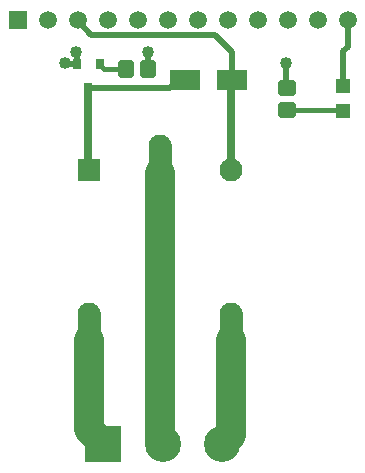
<source format=gbr>
G04 DipTrace 4.0.0.2*
G04 1 - Top.gbr*
%MOIN*%
G04 #@! TF.FileFunction,Copper,L1,Top*
G04 #@! TF.Part,Single*
%AMOUTLINE0*
4,1,28,
0.025591,0.019803,
0.025591,-0.019803,
0.025259,-0.02232,
0.024288,-0.024665,
0.022742,-0.026679,
0.020728,-0.028225,
0.018383,-0.029196,
0.015866,-0.029528,
-0.015866,-0.029528,
-0.018383,-0.029196,
-0.020728,-0.028225,
-0.022742,-0.026679,
-0.024288,-0.024665,
-0.025259,-0.02232,
-0.025591,-0.019803,
-0.025591,0.019803,
-0.025259,0.02232,
-0.024288,0.024665,
-0.022742,0.026679,
-0.020728,0.028225,
-0.018383,0.029196,
-0.015866,0.029528,
0.015866,0.029528,
0.018383,0.029196,
0.020728,0.028225,
0.022742,0.026679,
0.024288,0.024665,
0.025259,0.02232,
0.025591,0.019803,
0*%
%AMOUTLINE3*
4,1,28,
-0.019803,0.025591,
0.019803,0.025591,
0.02232,0.025259,
0.024665,0.024288,
0.026679,0.022742,
0.028225,0.020728,
0.029196,0.018383,
0.029528,0.015866,
0.029528,-0.015866,
0.029196,-0.018383,
0.028225,-0.020728,
0.026679,-0.022742,
0.024665,-0.024288,
0.02232,-0.025259,
0.019803,-0.025591,
-0.019803,-0.025591,
-0.02232,-0.025259,
-0.024665,-0.024288,
-0.026679,-0.022742,
-0.028225,-0.020728,
-0.029196,-0.018383,
-0.029528,-0.015866,
-0.029528,0.015866,
-0.029196,0.018383,
-0.028225,0.020728,
-0.026679,0.022742,
-0.024665,0.024288,
-0.02232,0.025259,
-0.019803,0.025591,
0*%
G04 #@! TA.AperFunction,Conductor*
%ADD15C,0.025*%
%ADD16C,0.02*%
%ADD17C,0.019685*%
%ADD18C,0.076772*%
%ADD19C,0.1*%
%ADD20C,0.016*%
%ADD22R,0.098425X0.066929*%
G04 #@! TA.AperFunction,ComponentPad*
%ADD23C,0.076772*%
%ADD24R,0.076772X0.076772*%
%ADD26R,0.047244X0.047244*%
G04 #@! TA.AperFunction,ComponentPad*
%ADD27R,0.059055X0.059055*%
%ADD28C,0.059055*%
%ADD29R,0.031496X0.035433*%
G04 #@! TA.AperFunction,ComponentPad*
%ADD30R,0.12X0.12*%
%ADD31C,0.12*%
G04 #@! TA.AperFunction,ViaPad*
%ADD32C,0.04*%
%ADD62OUTLINE0*%
%ADD65OUTLINE3*%
%FSLAX26Y26*%
G04*
G70*
G90*
G75*
G01*
G04 Top*
%LPD*%
X789961Y1075787D2*
D15*
Y1369972D1*
X794990Y1375001D1*
X279916Y1574803D2*
D16*
Y1570478D1*
X324803Y1525591D1*
X738189D1*
X794990Y1468790D1*
Y1375001D1*
X278839Y1426870D2*
D17*
X241879D1*
X237500Y1431249D1*
X278839Y1426870D2*
Y1464912D1*
X275000Y1468751D1*
X1166239Y1353839D2*
D16*
Y1472488D1*
X1179907Y1486156D1*
Y1574803D1*
X553740Y1154528D2*
D18*
Y1066142D1*
D19*
Y171850D1*
X563091Y162500D1*
X789961Y595472D2*
D18*
Y507087D1*
D19*
Y192520D1*
X759941Y162500D1*
X514026Y1468751D2*
D16*
X511811Y1466535D1*
X516142Y1462205D1*
Y1412500D1*
X975000Y1431249D2*
Y1353642D1*
X978740Y1349902D1*
Y1275098D2*
D20*
X1162304D1*
X1166241Y1271161D1*
X317520Y595472D2*
D18*
Y507087D1*
D19*
Y211220D1*
X366240Y162500D1*
X441339Y1412500D2*
D20*
X368012D1*
X353642Y1426870D1*
X316240Y1348130D2*
D15*
Y1077067D1*
X317520Y1075787D1*
X637509Y1374997D2*
D16*
X616238D1*
X589370Y1348130D1*
X316240D1*
D32*
X514026Y1468751D3*
X975000Y1431249D3*
X275000Y1468751D3*
X237500Y1431249D3*
D22*
X794990Y1375001D3*
X637509Y1374998D3*
D23*
X553740Y1154528D3*
D24*
X317520Y1075787D3*
D23*
X789961D3*
X317520Y595472D3*
X789961D3*
D26*
X1166241Y1271161D3*
X1166239Y1353839D3*
D27*
X79916Y1574803D3*
D28*
X179916D3*
X279916D3*
X379916D3*
X479916D3*
X579916D3*
X679916D3*
X779916D3*
X879907D3*
X979907D3*
X1079907D3*
X1179907D3*
D29*
X353642Y1426870D3*
X278839D3*
X316240Y1348130D3*
D62*
X516142Y1412500D3*
X441339D3*
D65*
X978740Y1349902D3*
Y1275098D3*
D30*
X366240Y162500D3*
D31*
X563091D3*
X759941D3*
M02*

</source>
